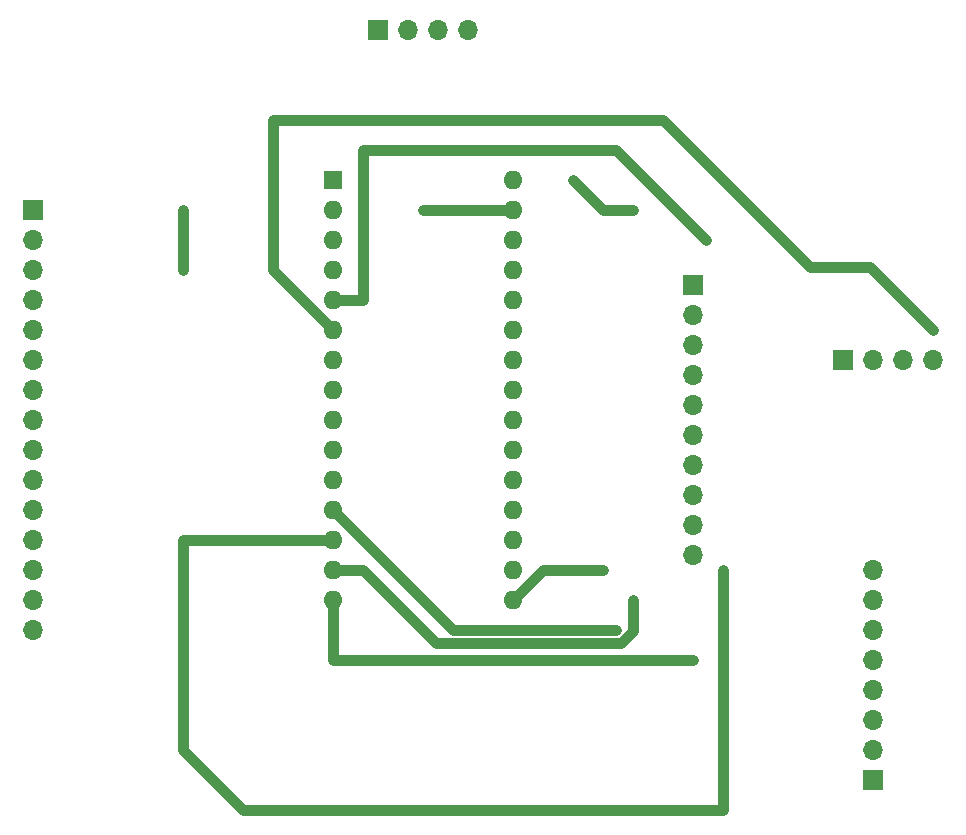
<source format=gbr>
%TF.GenerationSoftware,KiCad,Pcbnew,(6.0.0-0)*%
%TF.CreationDate,2022-01-14T18:13:57-08:00*%
%TF.ProjectId,ArduinoNanoBoard,41726475-696e-46f4-9e61-6e6f426f6172,RedSkull*%
%TF.SameCoordinates,Original*%
%TF.FileFunction,Copper,L2,Bot*%
%TF.FilePolarity,Positive*%
%FSLAX46Y46*%
G04 Gerber Fmt 4.6, Leading zero omitted, Abs format (unit mm)*
G04 Created by KiCad (PCBNEW (6.0.0-0)) date 2022-01-14 18:13:57*
%MOMM*%
%LPD*%
G01*
G04 APERTURE LIST*
%TA.AperFunction,ComponentPad*%
%ADD10R,1.700000X1.700000*%
%TD*%
%TA.AperFunction,ComponentPad*%
%ADD11O,1.700000X1.700000*%
%TD*%
%TA.AperFunction,ComponentPad*%
%ADD12R,1.600000X1.600000*%
%TD*%
%TA.AperFunction,ComponentPad*%
%ADD13O,1.600000X1.600000*%
%TD*%
%TA.AperFunction,ViaPad*%
%ADD14C,0.800000*%
%TD*%
%TA.AperFunction,Conductor*%
%ADD15C,0.900000*%
%TD*%
G04 APERTURE END LIST*
D10*
%TO.P,J5,1,Pin_1*%
%TO.N,Net-(A1-Pad27)*%
X175260000Y-93980000D03*
D11*
%TO.P,J5,2,Pin_2*%
%TO.N,GND*%
X177800000Y-93980000D03*
%TO.P,J5,3,Pin_3*%
%TO.N,Net-(A1-Pad5)*%
X180340000Y-93980000D03*
%TO.P,J5,4,Pin_4*%
%TO.N,Net-(A1-Pad6)*%
X182880000Y-93980000D03*
%TD*%
D10*
%TO.P,J4,1,Pin_1*%
%TO.N,Net-(A1-Pad17)*%
X177800000Y-129540000D03*
D11*
%TO.P,J4,2,Pin_2*%
%TO.N,Net-(A1-Pad12)*%
X177800000Y-127000000D03*
%TO.P,J4,3,Pin_3*%
%TO.N,GND*%
X177800000Y-124460000D03*
%TO.P,J4,4,Pin_4*%
%TO.N,unconnected-(J4-Pad4)*%
X177800000Y-121920000D03*
%TO.P,J4,5,Pin_5*%
%TO.N,Net-(A1-Pad15)*%
X177800000Y-119380000D03*
%TO.P,J4,6,Pin_6*%
%TO.N,Net-(A1-Pad14)*%
X177800000Y-116840000D03*
%TO.P,J4,7,Pin_7*%
%TO.N,Net-(A1-Pad16)*%
X177800000Y-114300000D03*
%TO.P,J4,8,Pin_8*%
%TO.N,Net-(A1-Pad13)*%
X177800000Y-111760000D03*
%TD*%
D12*
%TO.P,A1,1,D1/TX*%
%TO.N,Net-(A1-Pad1)*%
X132080000Y-78740000D03*
D13*
%TO.P,A1,2,D0/RX*%
%TO.N,Net-(A1-Pad2)*%
X132080000Y-81280000D03*
%TO.P,A1,3,~{RESET}*%
%TO.N,unconnected-(A1-Pad3)*%
X132080000Y-83820000D03*
%TO.P,A1,4,GND*%
%TO.N,GND*%
X132080000Y-86360000D03*
%TO.P,A1,5,D2*%
%TO.N,Net-(A1-Pad5)*%
X132080000Y-88900000D03*
%TO.P,A1,6,D3*%
%TO.N,Net-(A1-Pad6)*%
X132080000Y-91440000D03*
%TO.P,A1,7,D4*%
%TO.N,Net-(A1-Pad7)*%
X132080000Y-93980000D03*
%TO.P,A1,8,D5*%
%TO.N,Net-(A1-Pad8)*%
X132080000Y-96520000D03*
%TO.P,A1,9,D6*%
%TO.N,Net-(A1-Pad9)*%
X132080000Y-99060000D03*
%TO.P,A1,10,D7*%
%TO.N,Net-(A1-Pad10)*%
X132080000Y-101600000D03*
%TO.P,A1,11,D8*%
%TO.N,Net-(A1-Pad11)*%
X132080000Y-104140000D03*
%TO.P,A1,12,D9*%
%TO.N,Net-(A1-Pad12)*%
X132080000Y-106680000D03*
%TO.P,A1,13,D10*%
%TO.N,Net-(A1-Pad13)*%
X132080000Y-109220000D03*
%TO.P,A1,14,D11*%
%TO.N,Net-(A1-Pad14)*%
X132080000Y-111760000D03*
%TO.P,A1,15,D12*%
%TO.N,Net-(A1-Pad15)*%
X132080000Y-114300000D03*
%TO.P,A1,16,D13*%
%TO.N,Net-(A1-Pad16)*%
X147320000Y-114300000D03*
%TO.P,A1,17,3V3*%
%TO.N,Net-(A1-Pad17)*%
X147320000Y-111760000D03*
%TO.P,A1,18,AREF*%
%TO.N,Net-(A1-Pad18)*%
X147320000Y-109220000D03*
%TO.P,A1,19,A0*%
%TO.N,Net-(A1-Pad19)*%
X147320000Y-106680000D03*
%TO.P,A1,20,A1*%
%TO.N,Net-(A1-Pad20)*%
X147320000Y-104140000D03*
%TO.P,A1,21,A2*%
%TO.N,Net-(A1-Pad21)*%
X147320000Y-101600000D03*
%TO.P,A1,22,A3*%
%TO.N,Net-(A1-Pad22)*%
X147320000Y-99060000D03*
%TO.P,A1,23,A4*%
%TO.N,Net-(A1-Pad23)*%
X147320000Y-96520000D03*
%TO.P,A1,24,A5*%
%TO.N,Net-(A1-Pad24)*%
X147320000Y-93980000D03*
%TO.P,A1,25,A6*%
%TO.N,Net-(A1-Pad25)*%
X147320000Y-91440000D03*
%TO.P,A1,26,A7*%
%TO.N,Net-(A1-Pad26)*%
X147320000Y-88900000D03*
%TO.P,A1,27,+5V*%
%TO.N,Net-(A1-Pad27)*%
X147320000Y-86360000D03*
%TO.P,A1,28,~{RESET}*%
%TO.N,unconnected-(A1-Pad28)*%
X147320000Y-83820000D03*
%TO.P,A1,29,GND*%
%TO.N,GND*%
X147320000Y-81280000D03*
%TO.P,A1,30,VIN*%
%TO.N,Net-(A1-Pad30)*%
X147320000Y-78740000D03*
%TD*%
D10*
%TO.P,J1,1,Pin_1*%
%TO.N,GND*%
X106680000Y-81285000D03*
D11*
%TO.P,J1,2,Pin_2*%
%TO.N,Net-(A1-Pad2)*%
X106680000Y-83825000D03*
%TO.P,J1,3,Pin_3*%
%TO.N,Net-(A1-Pad1)*%
X106680000Y-86365000D03*
%TO.P,J1,4,Pin_4*%
%TO.N,Net-(A1-Pad5)*%
X106680000Y-88905000D03*
%TO.P,J1,5,Pin_5*%
%TO.N,Net-(A1-Pad6)*%
X106680000Y-91445000D03*
%TO.P,J1,6,Pin_6*%
%TO.N,Net-(A1-Pad7)*%
X106680000Y-93985000D03*
%TO.P,J1,7,Pin_7*%
%TO.N,Net-(A1-Pad8)*%
X106680000Y-96525000D03*
%TO.P,J1,8,Pin_8*%
%TO.N,Net-(A1-Pad9)*%
X106680000Y-99065000D03*
%TO.P,J1,9,Pin_9*%
%TO.N,Net-(A1-Pad10)*%
X106680000Y-101605000D03*
%TO.P,J1,10,Pin_10*%
%TO.N,Net-(A1-Pad11)*%
X106680000Y-104145000D03*
%TO.P,J1,11,Pin_11*%
%TO.N,Net-(A1-Pad12)*%
X106680000Y-106685000D03*
%TO.P,J1,12,Pin_12*%
%TO.N,Net-(A1-Pad13)*%
X106680000Y-109225000D03*
%TO.P,J1,13,Pin_13*%
%TO.N,Net-(A1-Pad14)*%
X106680000Y-111765000D03*
%TO.P,J1,14,Pin_14*%
%TO.N,Net-(A1-Pad15)*%
X106680000Y-114305000D03*
%TO.P,J1,15,Pin_15*%
%TO.N,Net-(A1-Pad16)*%
X106680000Y-116845000D03*
%TD*%
D10*
%TO.P,J3,1,Pin_1*%
%TO.N,GND*%
X162560000Y-87635000D03*
D11*
%TO.P,J3,2,Pin_2*%
%TO.N,Net-(A1-Pad26)*%
X162560000Y-90175000D03*
%TO.P,J3,3,Pin_3*%
%TO.N,Net-(A1-Pad25)*%
X162560000Y-92715000D03*
%TO.P,J3,4,Pin_4*%
%TO.N,Net-(A1-Pad24)*%
X162560000Y-95255000D03*
%TO.P,J3,5,Pin_5*%
%TO.N,Net-(A1-Pad23)*%
X162560000Y-97795000D03*
%TO.P,J3,6,Pin_6*%
%TO.N,Net-(A1-Pad22)*%
X162560000Y-100335000D03*
%TO.P,J3,7,Pin_7*%
%TO.N,Net-(A1-Pad21)*%
X162560000Y-102875000D03*
%TO.P,J3,8,Pin_8*%
%TO.N,Net-(A1-Pad20)*%
X162560000Y-105415000D03*
%TO.P,J3,9,Pin_9*%
%TO.N,Net-(A1-Pad19)*%
X162560000Y-107955000D03*
%TO.P,J3,10,Pin_10*%
%TO.N,Net-(A1-Pad18)*%
X162560000Y-110495000D03*
%TD*%
D10*
%TO.P,J2,1,Pin_1*%
%TO.N,GND*%
X135900000Y-66040000D03*
D11*
%TO.P,J2,2,Pin_2*%
%TO.N,Net-(A1-Pad27)*%
X138440000Y-66040000D03*
%TO.P,J2,3,Pin_3*%
%TO.N,Net-(A1-Pad17)*%
X140980000Y-66040000D03*
%TO.P,J2,4,Pin_4*%
%TO.N,Net-(A1-Pad30)*%
X143520000Y-66040000D03*
%TD*%
D14*
%TO.N,GND*%
X139700000Y-81280000D03*
X157480000Y-81280000D03*
X119380000Y-81280000D03*
X119380000Y-81280000D03*
X139700000Y-81280000D03*
X119380000Y-81280000D03*
X157480000Y-81280000D03*
X119380000Y-86360000D03*
X119380000Y-81280000D03*
X152400000Y-78740000D03*
%TO.N,Net-(A1-Pad5)*%
X163659520Y-83820000D03*
X163659520Y-83820000D03*
X163659520Y-83820000D03*
%TO.N,Net-(A1-Pad6)*%
X182880000Y-91440000D03*
X182880000Y-91440000D03*
%TO.N,Net-(A1-Pad12)*%
X156039520Y-116840000D03*
%TO.N,Net-(A1-Pad13)*%
X165100000Y-111760000D03*
X165100000Y-111760000D03*
%TO.N,Net-(A1-Pad14)*%
X157480000Y-114300000D03*
%TO.N,Net-(A1-Pad15)*%
X162560000Y-119380000D03*
%TO.N,Net-(A1-Pad16)*%
X154940000Y-111760000D03*
X154940000Y-111760000D03*
%TD*%
D15*
%TO.N,GND*%
X139700000Y-81280000D02*
X147320000Y-81280000D01*
X119380000Y-86360000D02*
X119380000Y-81280000D01*
X157480000Y-81280000D02*
X154940000Y-81280000D01*
X154940000Y-81280000D02*
X152400000Y-78740000D01*
%TO.N,Net-(A1-Pad5)*%
X163659520Y-83820000D02*
X156039520Y-76200000D01*
X134620000Y-88900000D02*
X132080000Y-88900000D01*
X134620000Y-76200000D02*
X134620000Y-88900000D01*
X156039520Y-76200000D02*
X134620000Y-76200000D01*
%TO.N,Net-(A1-Pad6)*%
X182880000Y-91440000D02*
X177575489Y-86135489D01*
X160020000Y-73660000D02*
X127000000Y-73660000D01*
X172495489Y-86135489D02*
X160020000Y-73660000D01*
X177575489Y-86135489D02*
X172495489Y-86135489D01*
X127000000Y-73660000D02*
X127000000Y-86360000D01*
X127000000Y-86360000D02*
X132080000Y-91440000D01*
%TO.N,Net-(A1-Pad12)*%
X156039520Y-116840000D02*
X142240000Y-116840000D01*
X142240000Y-116840000D02*
X132080000Y-106680000D01*
%TO.N,Net-(A1-Pad13)*%
X165100000Y-111760000D02*
X165100000Y-132080000D01*
X165100000Y-132080000D02*
X124460000Y-132080000D01*
X119380000Y-127000000D02*
X119380000Y-109220000D01*
X119380000Y-109220000D02*
X132080000Y-109220000D01*
X124460000Y-132080000D02*
X119380000Y-127000000D01*
%TO.N,Net-(A1-Pad14)*%
X157480000Y-116954476D02*
X156494956Y-117939520D01*
X134620000Y-111760000D02*
X132080000Y-111760000D01*
X157480000Y-114300000D02*
X157480000Y-116954476D01*
X156494956Y-117939520D02*
X140799520Y-117939520D01*
X140799520Y-117939520D02*
X134620000Y-111760000D01*
%TO.N,Net-(A1-Pad15)*%
X132080000Y-119380000D02*
X132080000Y-114300000D01*
X162560000Y-119380000D02*
X132080000Y-119380000D01*
%TO.N,Net-(A1-Pad16)*%
X149860000Y-111760000D02*
X147320000Y-114300000D01*
X154940000Y-111760000D02*
X149860000Y-111760000D01*
%TD*%
M02*

</source>
